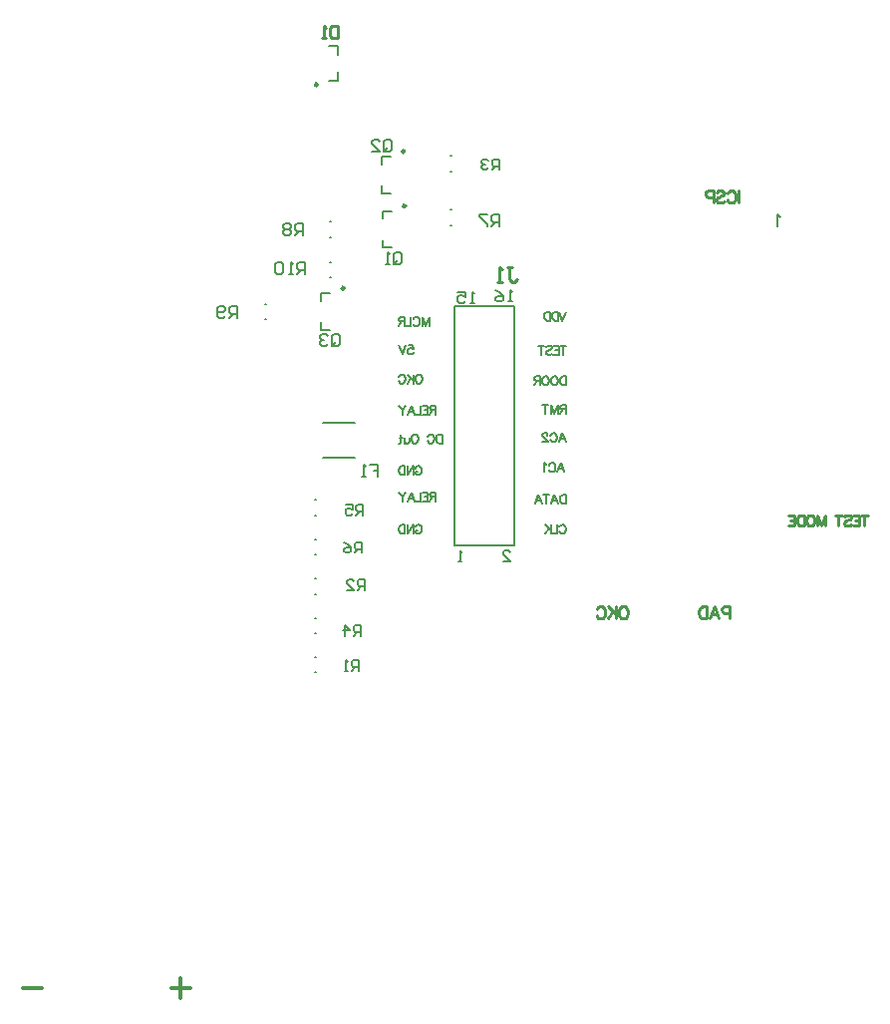
<source format=gbo>
G04 Layer_Color=32896*
%FSLAX24Y24*%
%MOIN*%
G70*
G01*
G75*
%ADD11C,0.0100*%
%ADD12C,0.0120*%
%ADD31C,0.0079*%
%ADD32C,0.0080*%
%ADD46C,0.0098*%
%ADD47C,0.0070*%
D11*
X18817Y24800D02*
X18983D01*
X18900D01*
Y24383D01*
X18983Y24300D01*
X19067D01*
X19150Y24383D01*
X18650Y24300D02*
X18484D01*
X18567D01*
Y24800D01*
X18650Y24717D01*
X13150Y32850D02*
Y32450D01*
X12950D01*
X12883Y32517D01*
Y32783D01*
X12950Y32850D01*
X13150D01*
X12750Y32450D02*
X12617D01*
X12683D01*
Y32850D01*
X12750Y32783D01*
X26262Y13235D02*
X26091D01*
X26033Y13254D01*
X26014Y13273D01*
X25995Y13311D01*
Y13369D01*
X26014Y13407D01*
X26033Y13426D01*
X26091Y13445D01*
X26262D01*
Y13045D01*
X25601D02*
X25753Y13445D01*
X25906Y13045D01*
X25849Y13178D02*
X25658D01*
X25508Y13445D02*
Y13045D01*
Y13445D02*
X25374D01*
X25317Y13426D01*
X25279Y13388D01*
X25260Y13349D01*
X25241Y13292D01*
Y13197D01*
X25260Y13140D01*
X25279Y13102D01*
X25317Y13064D01*
X25374Y13045D01*
X25508D01*
X22748Y13445D02*
X22786Y13426D01*
X22824Y13388D01*
X22843Y13349D01*
X22862Y13292D01*
Y13197D01*
X22843Y13140D01*
X22824Y13102D01*
X22786Y13064D01*
X22748Y13045D01*
X22671D01*
X22633Y13064D01*
X22595Y13102D01*
X22576Y13140D01*
X22557Y13197D01*
Y13292D01*
X22576Y13349D01*
X22595Y13388D01*
X22633Y13426D01*
X22671Y13445D01*
X22748D01*
X22464D02*
Y13045D01*
X22197Y13445D02*
X22464Y13178D01*
X22369Y13273D02*
X22197Y13045D01*
X21822Y13349D02*
X21841Y13388D01*
X21879Y13426D01*
X21917Y13445D01*
X21994D01*
X22032Y13426D01*
X22070Y13388D01*
X22089Y13349D01*
X22108Y13292D01*
Y13197D01*
X22089Y13140D01*
X22070Y13102D01*
X22032Y13064D01*
X21994Y13045D01*
X21917D01*
X21879Y13064D01*
X21841Y13102D01*
X21822Y13140D01*
X26562Y27345D02*
Y26945D01*
X26192Y27250D02*
X26211Y27288D01*
X26250Y27326D01*
X26288Y27345D01*
X26364D01*
X26402Y27326D01*
X26440Y27288D01*
X26459Y27250D01*
X26478Y27192D01*
Y27097D01*
X26459Y27040D01*
X26440Y27002D01*
X26402Y26964D01*
X26364Y26945D01*
X26288D01*
X26250Y26964D01*
X26211Y27002D01*
X26192Y27040D01*
X25813Y27288D02*
X25852Y27326D01*
X25909Y27345D01*
X25985D01*
X26042Y27326D01*
X26080Y27288D01*
Y27250D01*
X26061Y27211D01*
X26042Y27192D01*
X26004Y27173D01*
X25890Y27135D01*
X25852Y27116D01*
X25833Y27097D01*
X25813Y27059D01*
Y27002D01*
X25852Y26964D01*
X25909Y26945D01*
X25985D01*
X26042Y26964D01*
X26080Y27002D01*
X25724Y27135D02*
X25553D01*
X25495Y27154D01*
X25476Y27173D01*
X25457Y27211D01*
Y27269D01*
X25476Y27307D01*
X25495Y27326D01*
X25553Y27345D01*
X25724D01*
Y26945D01*
X30765Y16490D02*
Y16140D01*
X30882Y16490D02*
X30649D01*
X30390D02*
X30607D01*
Y16140D01*
X30390D01*
X30607Y16323D02*
X30474D01*
X30099Y16440D02*
X30132Y16473D01*
X30182Y16490D01*
X30249D01*
X30299Y16473D01*
X30332Y16440D01*
Y16406D01*
X30315Y16373D01*
X30299Y16356D01*
X30265Y16340D01*
X30165Y16306D01*
X30132Y16290D01*
X30115Y16273D01*
X30099Y16240D01*
Y16190D01*
X30132Y16156D01*
X30182Y16140D01*
X30249D01*
X30299Y16156D01*
X30332Y16190D01*
X29904Y16490D02*
Y16140D01*
X30020Y16490D02*
X29787D01*
X29471D02*
Y16140D01*
Y16490D02*
X29337Y16140D01*
X29204Y16490D02*
X29337Y16140D01*
X29204Y16490D02*
Y16140D01*
X29004Y16490D02*
X29037Y16473D01*
X29071Y16440D01*
X29087Y16406D01*
X29104Y16356D01*
Y16273D01*
X29087Y16223D01*
X29071Y16190D01*
X29037Y16156D01*
X29004Y16140D01*
X28937D01*
X28904Y16156D01*
X28871Y16190D01*
X28854Y16223D01*
X28837Y16273D01*
Y16356D01*
X28854Y16406D01*
X28871Y16440D01*
X28904Y16473D01*
X28937Y16490D01*
X29004D01*
X28756D02*
Y16140D01*
Y16490D02*
X28639D01*
X28589Y16473D01*
X28556Y16440D01*
X28539Y16406D01*
X28522Y16356D01*
Y16273D01*
X28539Y16223D01*
X28556Y16190D01*
X28589Y16156D01*
X28639Y16140D01*
X28756D01*
X28227Y16490D02*
X28444D01*
Y16140D01*
X28227D01*
X28444Y16323D02*
X28311D01*
D12*
X7903Y362D02*
Y1004D01*
X8225Y683D02*
X7582D01*
X3275D02*
X2632D01*
D31*
X19050Y15500D02*
Y23500D01*
X17050Y15500D02*
Y23500D01*
Y15500D02*
X19050D01*
X17050Y23500D02*
X19050D01*
X13176Y31876D02*
Y32191D01*
X12861D02*
X13176D01*
Y31009D02*
Y31324D01*
X12861Y31009D02*
X13176D01*
X10730Y23044D02*
X10770D01*
X10730Y23556D02*
X10770D01*
X12668Y19581D02*
X13731D01*
X12668Y18419D02*
X13731D01*
X12605Y22690D02*
Y22946D01*
Y22690D02*
X12905D01*
X12605Y23654D02*
Y23910D01*
X12905D01*
X14622Y27266D02*
Y27522D01*
Y27266D02*
X14922D01*
X14622Y28230D02*
Y28486D01*
X14922D01*
X14655Y25440D02*
Y25696D01*
Y25440D02*
X14955D01*
X14655Y26404D02*
Y26660D01*
X14955D01*
X12380Y15182D02*
X12420D01*
X12380Y15693D02*
X12420D01*
X16930Y26194D02*
X16970D01*
X16930Y26706D02*
X16970D01*
X12880Y25794D02*
X12920D01*
X12880Y26306D02*
X12920D01*
X12880Y24444D02*
X12920D01*
X12880Y24956D02*
X12920D01*
X16930Y27994D02*
X16970D01*
X16930Y28506D02*
X16970D01*
X12380Y17006D02*
X12420D01*
X12380Y16494D02*
X12420D01*
X12380Y14381D02*
X12420D01*
X12380Y13869D02*
X12420D01*
X12380Y13068D02*
X12420D01*
X12380Y12557D02*
X12420D01*
X12380Y11756D02*
X12420D01*
X12380Y11244D02*
X12420D01*
X27962Y26463D02*
X27924Y26482D01*
X27868Y26538D01*
Y26145D01*
D32*
X13950Y15237D02*
Y15587D01*
X13775D01*
X13717Y15529D01*
Y15412D01*
X13775Y15354D01*
X13950D01*
X13833D02*
X13717Y15237D01*
X13367Y15587D02*
X13483Y15529D01*
X13600Y15412D01*
Y15296D01*
X13542Y15237D01*
X13425D01*
X13367Y15296D01*
Y15354D01*
X13425Y15412D01*
X13600D01*
X13850Y11300D02*
Y11650D01*
X13675D01*
X13617Y11592D01*
Y11475D01*
X13675Y11417D01*
X13850D01*
X13733D02*
X13617Y11300D01*
X13500D02*
X13383D01*
X13442D01*
Y11650D01*
X13500Y11592D01*
X14050Y14000D02*
Y14350D01*
X13875D01*
X13817Y14292D01*
Y14175D01*
X13875Y14117D01*
X14050D01*
X13933D02*
X13817Y14000D01*
X13467D02*
X13700D01*
X13467Y14233D01*
Y14292D01*
X13525Y14350D01*
X13642D01*
X13700Y14292D01*
X18550Y28050D02*
Y28400D01*
X18375D01*
X18317Y28342D01*
Y28225D01*
X18375Y28167D01*
X18550D01*
X18433D02*
X18317Y28050D01*
X18200Y28342D02*
X18142Y28400D01*
X18025D01*
X17967Y28342D01*
Y28283D01*
X18025Y28225D01*
X18083D01*
X18025D01*
X17967Y28167D01*
Y28108D01*
X18025Y28050D01*
X18142D01*
X18200Y28108D01*
X13913Y12463D02*
Y12812D01*
X13738D01*
X13680Y12754D01*
Y12637D01*
X13738Y12579D01*
X13913D01*
X13797D02*
X13680Y12463D01*
X13389D02*
Y12812D01*
X13563Y12637D01*
X13330D01*
X14000Y16500D02*
Y16850D01*
X13825D01*
X13767Y16792D01*
Y16675D01*
X13825Y16617D01*
X14000D01*
X13883D02*
X13767Y16500D01*
X13417Y16850D02*
X13650D01*
Y16675D01*
X13533Y16733D01*
X13475D01*
X13417Y16675D01*
Y16558D01*
X13475Y16500D01*
X13592D01*
X13650Y16558D01*
X20790Y23300D02*
X20676Y23000D01*
X20561Y23300D02*
X20676Y23000D01*
X20523Y23300D02*
Y23000D01*
Y23300D02*
X20423D01*
X20380Y23286D01*
X20352Y23257D01*
X20337Y23229D01*
X20323Y23186D01*
Y23114D01*
X20337Y23071D01*
X20352Y23043D01*
X20380Y23014D01*
X20423Y23000D01*
X20523D01*
X20256Y23300D02*
Y23000D01*
Y23300D02*
X20156D01*
X20113Y23286D01*
X20084Y23257D01*
X20070Y23229D01*
X20056Y23186D01*
Y23114D01*
X20070Y23071D01*
X20084Y23043D01*
X20113Y23014D01*
X20156Y23000D01*
X20256D01*
X20790Y17180D02*
Y16880D01*
Y17180D02*
X20690D01*
X20647Y17166D01*
X20619Y17137D01*
X20604Y17109D01*
X20590Y17066D01*
Y16994D01*
X20604Y16951D01*
X20619Y16923D01*
X20647Y16894D01*
X20690Y16880D01*
X20790D01*
X20294D02*
X20409Y17180D01*
X20523Y16880D01*
X20480Y16980D02*
X20337D01*
X20124Y17180D02*
Y16880D01*
X20224Y17180D02*
X20024D01*
X19760Y16880D02*
X19874Y17180D01*
X19989Y16880D01*
X19946Y16980D02*
X19803D01*
X20576Y16109D02*
X20590Y16137D01*
X20619Y16166D01*
X20647Y16180D01*
X20704D01*
X20733Y16166D01*
X20761Y16137D01*
X20776Y16109D01*
X20790Y16066D01*
Y15994D01*
X20776Y15951D01*
X20761Y15923D01*
X20733Y15894D01*
X20704Y15880D01*
X20647D01*
X20619Y15894D01*
X20590Y15923D01*
X20576Y15951D01*
X20491Y16180D02*
Y15880D01*
X20320D01*
X20287Y16180D02*
Y15880D01*
X20087Y16180D02*
X20287Y15980D01*
X20216Y16051D02*
X20087Y15880D01*
X16650Y19200D02*
Y18900D01*
Y19200D02*
X16550D01*
X16507Y19186D01*
X16479Y19157D01*
X16464Y19129D01*
X16450Y19086D01*
Y19014D01*
X16464Y18971D01*
X16479Y18943D01*
X16507Y18914D01*
X16550Y18900D01*
X16650D01*
X16169Y19129D02*
X16183Y19157D01*
X16212Y19186D01*
X16240Y19200D01*
X16297D01*
X16326Y19186D01*
X16354Y19157D01*
X16369Y19129D01*
X16383Y19086D01*
Y19014D01*
X16369Y18971D01*
X16354Y18943D01*
X16326Y18914D01*
X16297Y18900D01*
X16240D01*
X16212Y18914D01*
X16183Y18943D01*
X16169Y18971D01*
X15763Y19200D02*
X15792Y19186D01*
X15820Y19157D01*
X15834Y19129D01*
X15849Y19086D01*
Y19014D01*
X15834Y18971D01*
X15820Y18943D01*
X15792Y18914D01*
X15763Y18900D01*
X15706D01*
X15677Y18914D01*
X15649Y18943D01*
X15634Y18971D01*
X15620Y19014D01*
Y19086D01*
X15634Y19129D01*
X15649Y19157D01*
X15677Y19186D01*
X15706Y19200D01*
X15763D01*
X15550Y19100D02*
Y18957D01*
X15536Y18914D01*
X15507Y18900D01*
X15465D01*
X15436Y18914D01*
X15393Y18957D01*
Y19100D02*
Y18900D01*
X15272Y19200D02*
Y18957D01*
X15257Y18914D01*
X15229Y18900D01*
X15200D01*
X15315Y19100D02*
X15215D01*
X15752Y18069D02*
X15766Y18097D01*
X15794Y18126D01*
X15823Y18140D01*
X15880D01*
X15909Y18126D01*
X15937Y18097D01*
X15952Y18069D01*
X15966Y18026D01*
Y17954D01*
X15952Y17911D01*
X15937Y17883D01*
X15909Y17854D01*
X15880Y17840D01*
X15823D01*
X15794Y17854D01*
X15766Y17883D01*
X15752Y17911D01*
Y17954D01*
X15823D02*
X15752D01*
X15683Y18140D02*
Y17840D01*
Y18140D02*
X15483Y17840D01*
Y18140D02*
Y17840D01*
X15400Y18140D02*
Y17840D01*
Y18140D02*
X15300D01*
X15257Y18126D01*
X15229Y18097D01*
X15215Y18069D01*
X15200Y18026D01*
Y17954D01*
X15215Y17911D01*
X15229Y17883D01*
X15257Y17854D01*
X15300Y17840D01*
X15400D01*
X20790Y20180D02*
Y19880D01*
Y20180D02*
X20661D01*
X20619Y20166D01*
X20604Y20151D01*
X20590Y20123D01*
Y20094D01*
X20604Y20066D01*
X20619Y20051D01*
X20661Y20037D01*
X20790D01*
X20690D02*
X20590Y19880D01*
X20523Y20180D02*
Y19880D01*
Y20180D02*
X20409Y19880D01*
X20294Y20180D02*
X20409Y19880D01*
X20294Y20180D02*
Y19880D01*
X20109Y20180D02*
Y19880D01*
X20209Y20180D02*
X20009D01*
X16434Y20160D02*
Y19860D01*
Y20160D02*
X16306D01*
X16263Y20146D01*
X16249Y20131D01*
X16234Y20103D01*
Y20074D01*
X16249Y20046D01*
X16263Y20031D01*
X16306Y20017D01*
X16434D01*
X16334D02*
X16234Y19860D01*
X15982Y20160D02*
X16167D01*
Y19860D01*
X15982D01*
X16167Y20017D02*
X16053D01*
X15932Y20160D02*
Y19860D01*
X15760D01*
X15499D02*
X15613Y20160D01*
X15727Y19860D01*
X15684Y19960D02*
X15542D01*
X15429Y20160D02*
X15315Y20017D01*
Y19860D01*
X15200Y20160D02*
X15315Y20017D01*
X20511Y17940D02*
X20626Y18240D01*
X20740Y17940D01*
X20697Y18040D02*
X20554D01*
X20227Y18169D02*
X20242Y18197D01*
X20270Y18226D01*
X20299Y18240D01*
X20356D01*
X20384Y18226D01*
X20413Y18197D01*
X20427Y18169D01*
X20441Y18126D01*
Y18054D01*
X20427Y18011D01*
X20413Y17983D01*
X20384Y17954D01*
X20356Y17940D01*
X20299D01*
X20270Y17954D01*
X20242Y17983D01*
X20227Y18011D01*
X20143Y18183D02*
X20114Y18197D01*
X20072Y18240D01*
Y17940D01*
X20561Y18940D02*
X20676Y19240D01*
X20790Y18940D01*
X20747Y19040D02*
X20604D01*
X20277Y19169D02*
X20292Y19197D01*
X20320Y19226D01*
X20349Y19240D01*
X20406D01*
X20434Y19226D01*
X20463Y19197D01*
X20477Y19169D01*
X20491Y19126D01*
Y19054D01*
X20477Y19011D01*
X20463Y18983D01*
X20434Y18954D01*
X20406Y18940D01*
X20349D01*
X20320Y18954D01*
X20292Y18983D01*
X20277Y19011D01*
X20179Y19169D02*
Y19183D01*
X20164Y19211D01*
X20150Y19226D01*
X20122Y19240D01*
X20064D01*
X20036Y19226D01*
X20022Y19211D01*
X20007Y19183D01*
Y19154D01*
X20022Y19126D01*
X20050Y19083D01*
X20193Y18940D01*
X19993D01*
X16217Y23120D02*
Y22820D01*
Y23120D02*
X16103Y22820D01*
X15989Y23120D02*
X16103Y22820D01*
X15989Y23120D02*
Y22820D01*
X15689Y23049D02*
X15703Y23077D01*
X15732Y23106D01*
X15760Y23120D01*
X15817D01*
X15846Y23106D01*
X15874Y23077D01*
X15889Y23049D01*
X15903Y23006D01*
Y22934D01*
X15889Y22891D01*
X15874Y22863D01*
X15846Y22834D01*
X15817Y22820D01*
X15760D01*
X15732Y22834D01*
X15703Y22863D01*
X15689Y22891D01*
X15605Y23120D02*
Y22820D01*
X15433D01*
X15400Y23120D02*
Y22820D01*
Y23120D02*
X15272D01*
X15229Y23106D01*
X15215Y23091D01*
X15200Y23063D01*
Y23034D01*
X15215Y23006D01*
X15229Y22991D01*
X15272Y22977D01*
X15400D01*
X15300D02*
X15200Y22820D01*
X20790Y21140D02*
Y20840D01*
Y21140D02*
X20690D01*
X20647Y21126D01*
X20619Y21097D01*
X20604Y21069D01*
X20590Y21026D01*
Y20954D01*
X20604Y20911D01*
X20619Y20883D01*
X20647Y20854D01*
X20690Y20840D01*
X20790D01*
X20437Y21140D02*
X20466Y21126D01*
X20494Y21097D01*
X20509Y21069D01*
X20523Y21026D01*
Y20954D01*
X20509Y20911D01*
X20494Y20883D01*
X20466Y20854D01*
X20437Y20840D01*
X20380D01*
X20352Y20854D01*
X20323Y20883D01*
X20309Y20911D01*
X20294Y20954D01*
Y21026D01*
X20309Y21069D01*
X20323Y21097D01*
X20352Y21126D01*
X20380Y21140D01*
X20437D01*
X20139D02*
X20167Y21126D01*
X20196Y21097D01*
X20210Y21069D01*
X20224Y21026D01*
Y20954D01*
X20210Y20911D01*
X20196Y20883D01*
X20167Y20854D01*
X20139Y20840D01*
X20082D01*
X20053Y20854D01*
X20024Y20883D01*
X20010Y20911D01*
X19996Y20954D01*
Y21026D01*
X20010Y21069D01*
X20024Y21097D01*
X20053Y21126D01*
X20082Y21140D01*
X20139D01*
X19926D02*
Y20840D01*
Y21140D02*
X19797D01*
X19755Y21126D01*
X19740Y21111D01*
X19726Y21083D01*
Y21054D01*
X19740Y21026D01*
X19755Y21011D01*
X19797Y20997D01*
X19926D01*
X19826D02*
X19726Y20840D01*
X20690Y22160D02*
Y21860D01*
X20790Y22160D02*
X20590D01*
X20369D02*
X20554D01*
Y21860D01*
X20369D01*
X20554Y22017D02*
X20440D01*
X20119Y22117D02*
X20147Y22146D01*
X20190Y22160D01*
X20247D01*
X20290Y22146D01*
X20319Y22117D01*
Y22089D01*
X20304Y22060D01*
X20290Y22046D01*
X20262Y22031D01*
X20176Y22003D01*
X20147Y21989D01*
X20133Y21974D01*
X20119Y21946D01*
Y21903D01*
X20147Y21874D01*
X20190Y21860D01*
X20247D01*
X20290Y21874D01*
X20319Y21903D01*
X19952Y22160D02*
Y21860D01*
X20052Y22160D02*
X19852D01*
X15894Y21200D02*
X15923Y21186D01*
X15952Y21157D01*
X15966Y21129D01*
X15980Y21086D01*
Y21014D01*
X15966Y20971D01*
X15952Y20943D01*
X15923Y20914D01*
X15894Y20900D01*
X15837D01*
X15809Y20914D01*
X15780Y20943D01*
X15766Y20971D01*
X15752Y21014D01*
Y21086D01*
X15766Y21129D01*
X15780Y21157D01*
X15809Y21186D01*
X15837Y21200D01*
X15894D01*
X15682D02*
Y20900D01*
X15482Y21200D02*
X15682Y21000D01*
X15610Y21071D02*
X15482Y20900D01*
X15200Y21129D02*
X15215Y21157D01*
X15243Y21186D01*
X15272Y21200D01*
X15329D01*
X15357Y21186D01*
X15386Y21157D01*
X15400Y21129D01*
X15415Y21086D01*
Y21014D01*
X15400Y20971D01*
X15386Y20943D01*
X15357Y20914D01*
X15329Y20900D01*
X15272D01*
X15243Y20914D01*
X15215Y20943D01*
X15200Y20971D01*
X15525Y22180D02*
X15667D01*
X15682Y22051D01*
X15667Y22066D01*
X15625Y22080D01*
X15582D01*
X15539Y22066D01*
X15510Y22037D01*
X15496Y21994D01*
Y21966D01*
X15510Y21923D01*
X15539Y21894D01*
X15582Y21880D01*
X15625D01*
X15667Y21894D01*
X15682Y21909D01*
X15696Y21937D01*
X15429Y22180D02*
X15315Y21880D01*
X15200Y22180D02*
X15315Y21880D01*
X15752Y16109D02*
X15766Y16137D01*
X15794Y16166D01*
X15823Y16180D01*
X15880D01*
X15909Y16166D01*
X15937Y16137D01*
X15952Y16109D01*
X15966Y16066D01*
Y15994D01*
X15952Y15951D01*
X15937Y15923D01*
X15909Y15894D01*
X15880Y15880D01*
X15823D01*
X15794Y15894D01*
X15766Y15923D01*
X15752Y15951D01*
Y15994D01*
X15823D02*
X15752D01*
X15683Y16180D02*
Y15880D01*
Y16180D02*
X15483Y15880D01*
Y16180D02*
Y15880D01*
X15400Y16180D02*
Y15880D01*
Y16180D02*
X15300D01*
X15257Y16166D01*
X15229Y16137D01*
X15215Y16109D01*
X15200Y16066D01*
Y15994D01*
X15215Y15951D01*
X15229Y15923D01*
X15257Y15894D01*
X15300Y15880D01*
X15400D01*
X16434Y17260D02*
Y16960D01*
Y17260D02*
X16306D01*
X16263Y17246D01*
X16249Y17231D01*
X16234Y17203D01*
Y17174D01*
X16249Y17146D01*
X16263Y17131D01*
X16306Y17117D01*
X16434D01*
X16334D02*
X16234Y16960D01*
X15982Y17260D02*
X16167D01*
Y16960D01*
X15982D01*
X16167Y17117D02*
X16053D01*
X15932Y17260D02*
Y16960D01*
X15760D01*
X15499D02*
X15613Y17260D01*
X15727Y16960D01*
X15684Y17060D02*
X15542D01*
X15429Y17260D02*
X15315Y17117D01*
Y16960D01*
X15200Y17260D02*
X15315Y17117D01*
D46*
X12487Y30891D02*
G03*
X12487Y30891I-49J0D01*
G01*
X13382Y24087D02*
G03*
X13382Y24087I-49J0D01*
G01*
X15399Y28663D02*
G03*
X15399Y28663I-49J0D01*
G01*
X15432Y26837D02*
G03*
X15432Y26837I-49J0D01*
G01*
D47*
X18990Y23640D02*
X18867D01*
X18928D01*
Y24010D01*
X18990Y23948D01*
X18435Y24010D02*
X18558Y23948D01*
X18682Y23825D01*
Y23702D01*
X18620Y23640D01*
X18497D01*
X18435Y23702D01*
Y23763D01*
X18497Y23825D01*
X18682D01*
X17730Y23600D02*
X17607D01*
X17668D01*
Y23970D01*
X17730Y23908D01*
X17175Y23970D02*
X17422D01*
Y23785D01*
X17298Y23847D01*
X17237D01*
X17175Y23785D01*
Y23662D01*
X17237Y23600D01*
X17360D01*
X17422Y23662D01*
X17310Y14940D02*
X17187D01*
X17248D01*
Y15310D01*
X17310Y15248D01*
X18683Y14940D02*
X18930D01*
X18683Y15187D01*
Y15248D01*
X18745Y15310D01*
X18868D01*
X18930Y15248D01*
X9800Y23100D02*
Y23500D01*
X9600D01*
X9533Y23433D01*
Y23300D01*
X9600Y23233D01*
X9800D01*
X9667D02*
X9533Y23100D01*
X9400Y23167D02*
X9333Y23100D01*
X9200D01*
X9134Y23167D01*
Y23433D01*
X9200Y23500D01*
X9333D01*
X9400Y23433D01*
Y23367D01*
X9333Y23300D01*
X9134D01*
X14233Y18180D02*
X14500D01*
Y17980D01*
X14367D01*
X14500D01*
Y17780D01*
X14100D02*
X13967D01*
X14033D01*
Y18180D01*
X14100Y18113D01*
X15033Y24967D02*
Y25233D01*
X15100Y25300D01*
X15233D01*
X15300Y25233D01*
Y24967D01*
X15233Y24900D01*
X15100D01*
X15167Y25033D02*
X15033Y24900D01*
X15100D02*
X15033Y24967D01*
X14900Y24900D02*
X14767D01*
X14833D01*
Y25300D01*
X14900Y25233D01*
X14683Y28717D02*
Y28983D01*
X14750Y29050D01*
X14883D01*
X14950Y28983D01*
Y28717D01*
X14883Y28650D01*
X14750D01*
X14817Y28783D02*
X14683Y28650D01*
X14750D02*
X14683Y28717D01*
X14284Y28650D02*
X14550D01*
X14284Y28917D01*
Y28983D01*
X14350Y29050D01*
X14483D01*
X14550Y28983D01*
X12953Y22207D02*
Y22473D01*
X13020Y22540D01*
X13153D01*
X13220Y22473D01*
Y22207D01*
X13153Y22140D01*
X13020D01*
X13087Y22273D02*
X12953Y22140D01*
X13020D02*
X12953Y22207D01*
X12820Y22473D02*
X12753Y22540D01*
X12620D01*
X12554Y22473D01*
Y22407D01*
X12620Y22340D01*
X12687D01*
X12620D01*
X12554Y22273D01*
Y22207D01*
X12620Y22140D01*
X12753D01*
X12820Y22207D01*
X18550Y26150D02*
Y26550D01*
X18350D01*
X18283Y26483D01*
Y26350D01*
X18350Y26283D01*
X18550D01*
X18417D02*
X18283Y26150D01*
X18150Y26550D02*
X17884D01*
Y26483D01*
X18150Y26217D01*
Y26150D01*
X12000Y25850D02*
Y26250D01*
X11800D01*
X11733Y26183D01*
Y26050D01*
X11800Y25983D01*
X12000D01*
X11867D02*
X11733Y25850D01*
X11600Y26183D02*
X11533Y26250D01*
X11400D01*
X11334Y26183D01*
Y26117D01*
X11400Y26050D01*
X11334Y25983D01*
Y25917D01*
X11400Y25850D01*
X11533D01*
X11600Y25917D01*
Y25983D01*
X11533Y26050D01*
X11600Y26117D01*
Y26183D01*
X11533Y26050D02*
X11400D01*
X12050Y24550D02*
Y24950D01*
X11850D01*
X11783Y24883D01*
Y24750D01*
X11850Y24683D01*
X12050D01*
X11917D02*
X11783Y24550D01*
X11650D02*
X11517D01*
X11583D01*
Y24950D01*
X11650Y24883D01*
X11317D02*
X11250Y24950D01*
X11117D01*
X11050Y24883D01*
Y24617D01*
X11117Y24550D01*
X11250D01*
X11317Y24617D01*
Y24883D01*
M02*

</source>
